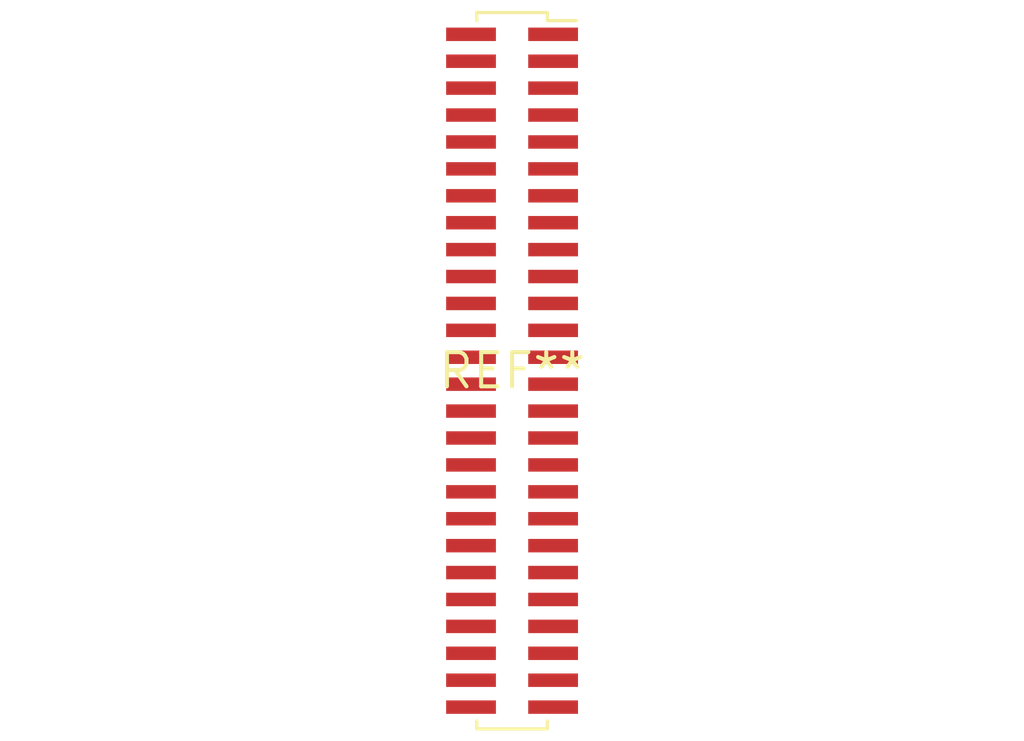
<source format=kicad_pcb>
(kicad_pcb (version 20240108) (generator pcbnew)
  (layers (0 "F.Cu" signal) (31 "B.Cu" signal) (34 "B.Paste" user) (35 "F.Paste" user) (36 "B.SilkS" user "B.Silkscreen") (37 "F.SilkS" user "F.Silkscreen") (38 "B.Mask" user) (39 "F.Mask" user) (44 "Edge.Cuts" user))
  (net 0 "")
  (footprint "PinSocket_2x26_P1.00mm_Vertical_SMD" (layer "F.Cu") (at 0 0)
    (property "Reference" "REF**")
    (property "Value" "PinSocket_2x26_P1.00mm_Vertical_SMD")
    (fp_line (start -1.31 -13.31) (end -1.31 -13.01) (layer "F.SilkS") (stroke (width 0.12)))
    (fp_line (start -1.31 -13.31) (end 1.31 -13.31) (layer "F.SilkS") (stroke (width 0.12)))
    (fp_line (start -1.31 13.01) (end -1.31 13.31) (layer "F.SilkS") (stroke (width 0.12)))
    (fp_line (start -1.31 13.31) (end 1.31 13.31) (layer "F.SilkS") (stroke (width 0.12)))
    (fp_line (start 1.31 -13.31) (end 1.31 -13.01) (layer "F.SilkS") (stroke (width 0.12)))
    (fp_line (start 1.31 -13.01) (end 2.39 -13.01) (layer "F.SilkS") (stroke (width 0.12)))
    (fp_line (start 1.31 13.01) (end 1.31 13.31) (layer "F.SilkS") (stroke (width 0.12)))
    (pad "1" smd rect (at 1.525 -12.5) (size 1.85 0.5) (layers "F.Cu" "F.Paste" "F.Mask"))
    (pad "2" smd rect (at -1.525 -12.5) (size 1.85 0.5) (layers "F.Cu" "F.Paste" "F.Mask"))
    (pad "3" smd rect (at 1.525 -11.5) (size 1.85 0.5) (layers "F.Cu" "F.Paste" "F.Mask"))
    (pad "4" smd rect (at -1.525 -11.5) (size 1.85 0.5) (layers "F.Cu" "F.Paste" "F.Mask"))
    (pad "5" smd rect (at 1.525 -10.5) (size 1.85 0.5) (layers "F.Cu" "F.Paste" "F.Mask"))
    (pad "6" smd rect (at -1.525 -10.5) (size 1.85 0.5) (layers "F.Cu" "F.Paste" "F.Mask"))
    (pad "7" smd rect (at 1.525 -9.5) (size 1.85 0.5) (layers "F.Cu" "F.Paste" "F.Mask"))
    (pad "8" smd rect (at -1.525 -9.5) (size 1.85 0.5) (layers "F.Cu" "F.Paste" "F.Mask"))
    (pad "9" smd rect (at 1.525 -8.5) (size 1.85 0.5) (layers "F.Cu" "F.Paste" "F.Mask"))
    (pad "10" smd rect (at -1.525 -8.5) (size 1.85 0.5) (layers "F.Cu" "F.Paste" "F.Mask"))
    (pad "11" smd rect (at 1.525 -7.5) (size 1.85 0.5) (layers "F.Cu" "F.Paste" "F.Mask"))
    (pad "12" smd rect (at -1.525 -7.5) (size 1.85 0.5) (layers "F.Cu" "F.Paste" "F.Mask"))
    (pad "13" smd rect (at 1.525 -6.5) (size 1.85 0.5) (layers "F.Cu" "F.Paste" "F.Mask"))
    (pad "14" smd rect (at -1.525 -6.5) (size 1.85 0.5) (layers "F.Cu" "F.Paste" "F.Mask"))
    (pad "15" smd rect (at 1.525 -5.5) (size 1.85 0.5) (layers "F.Cu" "F.Paste" "F.Mask"))
    (pad "16" smd rect (at -1.525 -5.5) (size 1.85 0.5) (layers "F.Cu" "F.Paste" "F.Mask"))
    (pad "17" smd rect (at 1.525 -4.5) (size 1.85 0.5) (layers "F.Cu" "F.Paste" "F.Mask"))
    (pad "18" smd rect (at -1.525 -4.5) (size 1.85 0.5) (layers "F.Cu" "F.Paste" "F.Mask"))
    (pad "19" smd rect (at 1.525 -3.5) (size 1.85 0.5) (layers "F.Cu" "F.Paste" "F.Mask"))
    (pad "20" smd rect (at -1.525 -3.5) (size 1.85 0.5) (layers "F.Cu" "F.Paste" "F.Mask"))
    (pad "21" smd rect (at 1.525 -2.5) (size 1.85 0.5) (layers "F.Cu" "F.Paste" "F.Mask"))
    (pad "22" smd rect (at -1.525 -2.5) (size 1.85 0.5) (layers "F.Cu" "F.Paste" "F.Mask"))
    (pad "23" smd rect (at 1.525 -1.5) (size 1.85 0.5) (layers "F.Cu" "F.Paste" "F.Mask"))
    (pad "24" smd rect (at -1.525 -1.5) (size 1.85 0.5) (layers "F.Cu" "F.Paste" "F.Mask"))
    (pad "25" smd rect (at 1.525 -0.5) (size 1.85 0.5) (layers "F.Cu" "F.Paste" "F.Mask"))
    (pad "26" smd rect (at -1.525 -0.5) (size 1.85 0.5) (layers "F.Cu" "F.Paste" "F.Mask"))
    (pad "27" smd rect (at 1.525 0.5) (size 1.85 0.5) (layers "F.Cu" "F.Paste" "F.Mask"))
    (pad "28" smd rect (at -1.525 0.5) (size 1.85 0.5) (layers "F.Cu" "F.Paste" "F.Mask"))
    (pad "29" smd rect (at 1.525 1.5) (size 1.85 0.5) (layers "F.Cu" "F.Paste" "F.Mask"))
    (pad "30" smd rect (at -1.525 1.5) (size 1.85 0.5) (layers "F.Cu" "F.Paste" "F.Mask"))
    (pad "31" smd rect (at 1.525 2.5) (size 1.85 0.5) (layers "F.Cu" "F.Paste" "F.Mask"))
    (pad "32" smd rect (at -1.525 2.5) (size 1.85 0.5) (layers "F.Cu" "F.Paste" "F.Mask"))
    (pad "33" smd rect (at 1.525 3.5) (size 1.85 0.5) (layers "F.Cu" "F.Paste" "F.Mask"))
    (pad "34" smd rect (at -1.525 3.5) (size 1.85 0.5) (layers "F.Cu" "F.Paste" "F.Mask"))
    (pad "35" smd rect (at 1.525 4.5) (size 1.85 0.5) (layers "F.Cu" "F.Paste" "F.Mask"))
    (pad "36" smd rect (at -1.525 4.5) (size 1.85 0.5) (layers "F.Cu" "F.Paste" "F.Mask"))
    (pad "37" smd rect (at 1.525 5.5) (size 1.85 0.5) (layers "F.Cu" "F.Paste" "F.Mask"))
    (pad "38" smd rect (at -1.525 5.5) (size 1.85 0.5) (layers "F.Cu" "F.Paste" "F.Mask"))
    (pad "39" smd rect (at 1.525 6.5) (size 1.85 0.5) (layers "F.Cu" "F.Paste" "F.Mask"))
    (pad "40" smd rect (at -1.525 6.5) (size 1.85 0.5) (layers "F.Cu" "F.Paste" "F.Mask"))
    (pad "41" smd rect (at 1.525 7.5) (size 1.85 0.5) (layers "F.Cu" "F.Paste" "F.Mask"))
    (pad "42" smd rect (at -1.525 7.5) (size 1.85 0.5) (layers "F.Cu" "F.Paste" "F.Mask"))
    (pad "43" smd rect (at 1.525 8.5) (size 1.85 0.5) (layers "F.Cu" "F.Paste" "F.Mask"))
    (pad "44" smd rect (at -1.525 8.5) (size 1.85 0.5) (layers "F.Cu" "F.Paste" "F.Mask"))
    (pad "45" smd rect (at 1.525 9.5) (size 1.85 0.5) (layers "F.Cu" "F.Paste" "F.Mask"))
    (pad "46" smd rect (at -1.525 9.5) (size 1.85 0.5) (layers "F.Cu" "F.Paste" "F.Mask"))
    (pad "47" smd rect (at 1.525 10.5) (size 1.85 0.5) (layers "F.Cu" "F.Paste" "F.Mask"))
    (pad "48" smd rect (at -1.525 10.5) (size 1.85 0.5) (layers "F.Cu" "F.Paste" "F.Mask"))
    (pad "49" smd rect (at 1.525 11.5) (size 1.85 0.5) (layers "F.Cu" "F.Paste" "F.Mask"))
    (pad "50" smd rect (at -1.525 11.5) (size 1.85 0.5) (layers "F.Cu" "F.Paste" "F.Mask"))
    (pad "51" smd rect (at 1.525 12.5) (size 1.85 0.5) (layers "F.Cu" "F.Paste" "F.Mask"))
    (pad "52" smd rect (at -1.525 12.5) (size 1.85 0.5) (layers "F.Cu" "F.Paste" "F.Mask"))
  )
)
</source>
